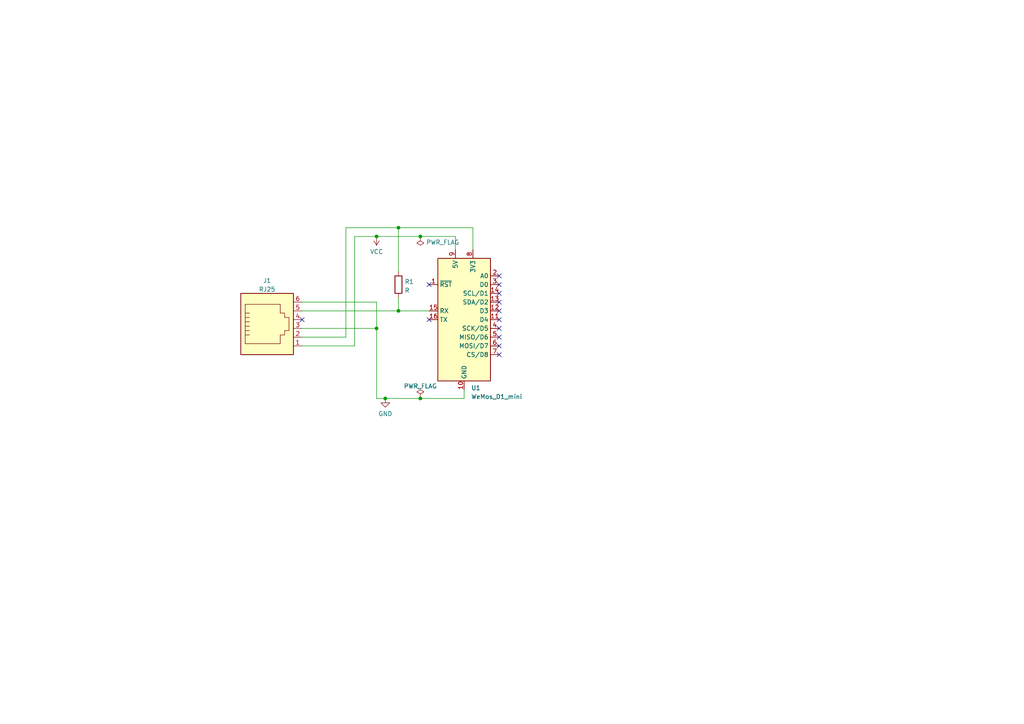
<source format=kicad_sch>
(kicad_sch (version 20211123) (generator eeschema)
  (paper "A4")
  (lib_symbols
    (symbol "Connector:RJ25" (pin_names (offset 1.016))
      (property "Reference" "J" (at -5.08 11.43 0))
      (property "Value" "RJ25" (at 2.54 11.43 0))
      (symbol "RJ25_0_1"
        (polyline (pts (xy -6.35 -1.905) (xy -5.08 -1.905) (xy -5.08 -1.905)))
        (polyline (pts (xy -6.35 -0.635) (xy -5.08 -0.635) (xy -5.08 -0.635)))
        (polyline (pts (xy -6.35 0.635) (xy -5.08 0.635) (xy -5.08 0.635)))
        (polyline (pts (xy -6.35 1.905) (xy -5.08 1.905) (xy -5.08 1.905)))
        (polyline (pts (xy -6.35 3.175) (xy -5.08 3.175) (xy -5.08 3.175)))
        (polyline (pts (xy -5.08 4.445) (xy -6.35 4.445) (xy -6.35 4.445)))
        (polyline (pts (xy -6.35 -4.445) (xy -6.35 6.985) (xy 3.81 6.985) (xy 3.81 4.445) (xy 5.08 4.445) (xy 5.08 3.175) (xy 6.35 3.175) (xy 6.35 -0.635) (xy 5.08 -0.635) (xy 5.08 -1.905) (xy 3.81 -1.905) (xy 3.81 -4.445) (xy -6.35 -4.445) (xy -6.35 -4.445)))
        (rectangle (start 7.62 10.16) (end -7.62 -7.62) (stroke (width 0.254)) (fill (type background)))
      )
      (symbol "RJ25_1_1"
        (pin passive line (at 10.16 -5.08 180) (length 2.54) (name "~") (number "1"))
        (pin passive line (at 10.16 -2.54 180) (length 2.54) (name "~") (number "2"))
        (pin passive line (at 10.16 0 180) (length 2.54) (name "~") (number "3"))
        (pin passive line (at 10.16 2.54 180) (length 2.54) (name "~") (number "4"))
        (pin passive line (at 10.16 5.08 180) (length 2.54) (name "~") (number "5"))
        (pin passive line (at 10.16 7.62 180) (length 2.54) (name "~") (number "6"))
      )
    )
    (symbol "Device:R" (pin_numbers hide) (pin_names (offset 0))
      (property "Reference" "R" (at 2.032 0 90))
      (property "Value" "R" (at 0 0 90))
      (symbol "R_0_1"
        (rectangle (start -1.016 -2.54) (end 1.016 2.54) (stroke (width 0.254)))
      )
      (symbol "R_1_1"
        (pin passive line (at 0 3.81 270) (length 1.27) (name "~") (number "1"))
        (pin passive line (at 0 -3.81 90) (length 1.27) (name "~") (number "2"))
      )
    )
    (symbol "MCU_Module:WeMos_D1_mini"
      (property "Reference" "U" (at 3.81 19.05 0))
      (property "Value" "WeMos_D1_mini" (at 1.27 -19.05 0))
      (symbol "WeMos_D1_mini_1_1"
        (rectangle (start -7.62 17.78) (end 7.62 -17.78) (stroke (width 0.254)) (fill (type background)))
        (pin input line (at -10.16 10.16 0) (length 2.54) (name "~{RST}") (number "1"))
        (pin power_in line (at 0 -20.32 90) (length 2.54) (name "GND") (number "10"))
        (pin bidirectional line (at 10.16 0 180) (length 2.54) (name "D4") (number "11"))
        (pin bidirectional line (at 10.16 2.54 180) (length 2.54) (name "D3") (number "12"))
        (pin bidirectional line (at 10.16 5.08 180) (length 2.54) (name "SDA/D2") (number "13"))
        (pin bidirectional line (at 10.16 7.62 180) (length 2.54) (name "SCL/D1") (number "14"))
        (pin input line (at -10.16 2.54 0) (length 2.54) (name "RX") (number "15"))
        (pin output line (at -10.16 0 0) (length 2.54) (name "TX") (number "16"))
        (pin input line (at 10.16 12.7 180) (length 2.54) (name "A0") (number "2"))
        (pin bidirectional line (at 10.16 10.16 180) (length 2.54) (name "D0") (number "3"))
        (pin bidirectional line (at 10.16 -2.54 180) (length 2.54) (name "SCK/D5") (number "4"))
        (pin bidirectional line (at 10.16 -5.08 180) (length 2.54) (name "MISO/D6") (number "5"))
        (pin bidirectional line (at 10.16 -7.62 180) (length 2.54) (name "MOSI/D7") (number "6"))
        (pin bidirectional line (at 10.16 -10.16 180) (length 2.54) (name "CS/D8") (number "7"))
        (pin power_out line (at 2.54 20.32 270) (length 2.54) (name "3V3") (number "8"))
        (pin power_in line (at -2.54 20.32 270) (length 2.54) (name "5V") (number "9"))
      )
    )
    (symbol "power:GND" (power) (pin_names (offset 0))
      (property "Value" "GND" (at 0 -3.81 0))
      (symbol "GND_0_1"
        (polyline (pts (xy 0 0) (xy 0 -1.27) (xy 1.27 -1.27) (xy 0 -2.54) (xy -1.27 -1.27) (xy 0 -1.27)))
      )
      (symbol "GND_1_1"
        (pin power_in line (at 0 0 270) (length 0) hide (name "GND") (number "1"))
      )
    )
    (symbol "power:PWR_FLAG" (power) (pin_numbers hide) (pin_names (offset 0) hide)
      (property "Value" "PWR_FLAG" (at 0 3.81 0))
      (symbol "PWR_FLAG_0_0"
        (pin power_out line (at 0 0 90) (length 0) (name "pwr") (number "1"))
      )
      (symbol "PWR_FLAG_0_1"
        (polyline (pts (xy 0 0) (xy 0 1.27) (xy -1.016 1.905) (xy 0 2.54) (xy 1.016 1.905) (xy 0 1.27)))
      )
    )
    (symbol "power:VCC" (power) (pin_names (offset 0))
      (property "Value" "VCC" (at 0 3.81 0))
      (symbol "VCC_0_1"
        (polyline (pts (xy -0.762 1.27) (xy 0 2.54)))
        (polyline (pts (xy 0 0) (xy 0 2.54)))
        (polyline (pts (xy 0 2.54) (xy 0.762 1.27)))
      )
      (symbol "VCC_1_1"
        (pin power_in line (at 0 0 90) (length 0) hide (name "VCC") (number "1"))
      )
    )
  )
  (junction (at 109.22 95.25))
  (junction (at 121.92 68.58))
  (junction (at 121.92 115.57))
  (junction (at 115.57 90.17))
  (junction (at 111.76 115.57))
  (junction (at 109.22 68.58))
  (junction (at 115.57 66.04))
  (no_connect (at 87.63 92.71))
  (no_connect (at 124.46 82.55))
  (no_connect (at 124.46 92.71))
  (no_connect (at 144.78 95.25))
  (no_connect (at 144.78 97.79))
  (no_connect (at 144.78 100.33))
  (no_connect (at 144.78 102.87))
  (no_connect (at 144.78 92.71))
  (no_connect (at 144.78 80.01))
  (no_connect (at 144.78 82.55))
  (no_connect (at 144.78 85.09))
  (no_connect (at 144.78 87.63))
  (no_connect (at 144.78 90.17))
  (wire (pts (xy 115.57 66.04) (xy 137.16 66.04)))
  (wire (pts (xy 111.76 115.57) (xy 121.92 115.57)))
  (wire (pts (xy 115.57 66.04) (xy 115.57 78.74)))
  (wire (pts (xy 121.92 115.57) (xy 134.62 115.57)))
  (wire (pts (xy 87.63 87.63) (xy 109.22 87.63)))
  (wire (pts (xy 115.57 90.17) (xy 115.57 86.36)))
  (wire (pts (xy 115.57 90.17) (xy 124.46 90.17)))
  (wire (pts (xy 109.22 87.63) (xy 109.22 95.25)))
  (wire (pts (xy 121.92 68.58) (xy 132.08 68.58)))
  (wire (pts (xy 87.63 100.33) (xy 102.87 100.33)))
  (wire (pts (xy 134.62 115.57) (xy 134.62 113.03)))
  (wire (pts (xy 87.63 90.17) (xy 115.57 90.17)))
  (wire (pts (xy 132.08 68.58) (xy 132.08 72.39)))
  (wire (pts (xy 87.63 95.25) (xy 109.22 95.25)))
  (wire (pts (xy 87.63 97.79) (xy 100.33 97.79)))
  (wire (pts (xy 102.87 68.58) (xy 109.22 68.58)))
  (wire (pts (xy 109.22 95.25) (xy 109.22 115.57)))
  (wire (pts (xy 100.33 66.04) (xy 115.57 66.04)))
  (wire (pts (xy 100.33 97.79) (xy 100.33 66.04)))
  (wire (pts (xy 137.16 66.04) (xy 137.16 72.39)))
  (wire (pts (xy 109.22 68.58) (xy 121.92 68.58)))
  (wire (pts (xy 109.22 115.57) (xy 111.76 115.57)))
  (wire (pts (xy 102.87 100.33) (xy 102.87 68.58)))
  (symbol (lib_id "power:PWR_FLAG") (at 121.92 68.58 180) (unit 1)
    (property "Reference" "#FLG0102" (effects hide))
    (property "Value" "PWR_FLAG" (at 123.571 70.2838 0) (effects (justify right)))
  )
  (symbol (lib_id "Device:R") (at 115.57 82.55 0) (unit 1)
    (property "Reference" "R1" (at 117.348 81.7153 0) (effects (justify left)))
    (property "Value" "R" (at 117.348 84.2522 0) (effects (justify left)))
    (property "Footprint" "Resistor_THT:R_Axial_DIN0207_L6.3mm_D2.5mm_P10.16mm_Horizontal" (effects hide))
  )
  (symbol (lib_id "power:VCC") (at 109.22 68.58 180) (unit 1)
    (property "Reference" "#PWR0102" (effects hide))
    (property "Value" "VCC" (at 109.22 73.0234 0))
  )
  (symbol (lib_id "power:PWR_FLAG") (at 121.92 115.57 0) (unit 1)
    (property "Reference" "#FLG0101" (effects hide))
    (property "Value" "PWR_FLAG" (at 121.92 111.9942 0))
  )
  (symbol (lib_id "Connector:RJ25") (at 77.47 95.25 0) (unit 1)
    (property "Reference" "J1" (at 77.47 81.3902 0))
    (property "Value" "RJ25" (at 77.47 83.9271 0))
    (property "Footprint" "Connector_RJ:RJ25_Wayconn_MJEA-660X1_Horizontal" (effects hide))
  )
  (symbol (lib_id "power:GND") (at 111.76 115.57 0) (unit 1)
    (property "Reference" "#PWR0101" (effects hide))
    (property "Value" "GND" (at 111.76 120.0134 0))
  )
  (symbol (lib_id "MCU_Module:WeMos_D1_mini") (at 134.62 92.71 0) (unit 1)
    (property "Reference" "U1" (at 136.6394 112.5204 0) (effects (justify left)))
    (property "Value" "WeMos_D1_mini" (at 136.6394 115.0573 0) (effects (justify left)))
    (property "Footprint" "Module:WEMOS_D1_mini_light" (effects hide))
    (property "Datasheet" "https://wiki.wemos.cc/products:d1:d1_mini#documentation" (effects hide))
  )
)
</source>
